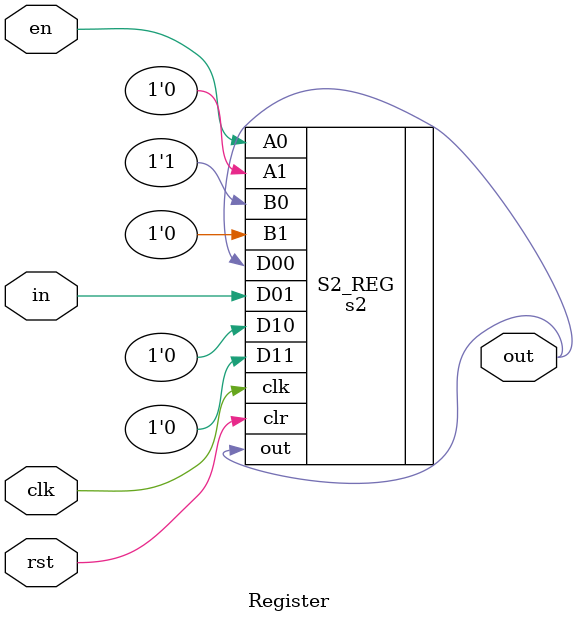
<source format=v>
module Register (
    input clk, 
    input rst, 
    input en, 
    input in, 
    output out
);
    s2 S2_REG
    (
        .D00(out), 
        .D01(in), 
        .D10(1'b0), 
        .D11(1'b0), 
        .A1(1'b0), 
        .B1(1'b0), 
        .A0(en), 
        .B0(1'b1), 
        .clr(rst), 
        .clk(clk), 
        .out(out)
    );
endmodule
</source>
